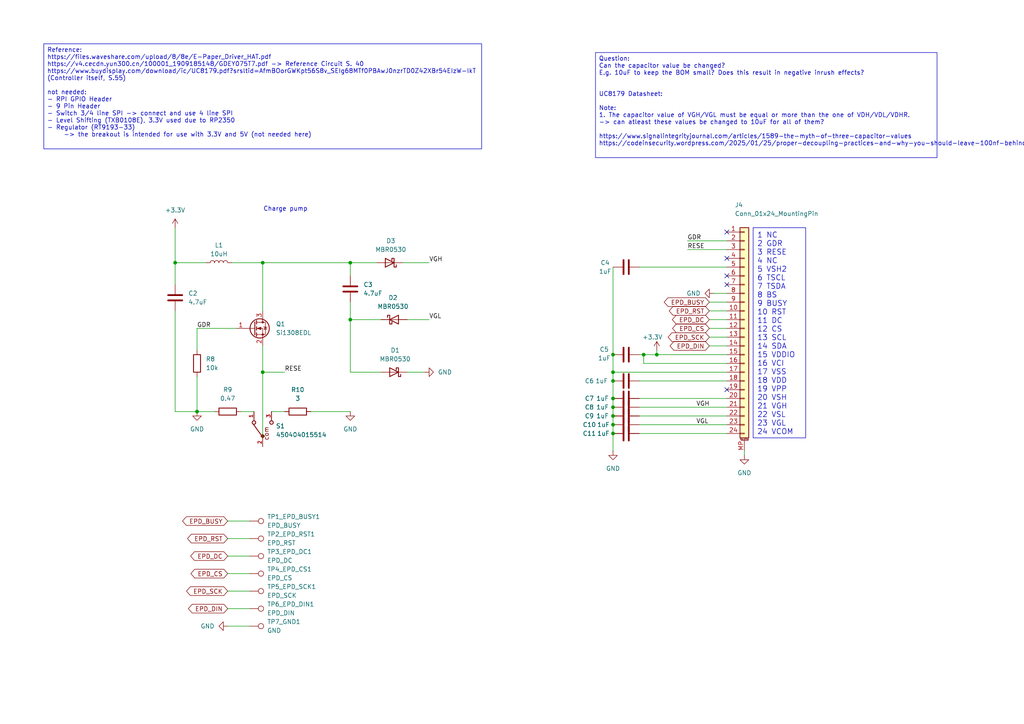
<source format=kicad_sch>
(kicad_sch (version 20231120) (generator "eeschema") (generator_version "8.0")
  (paper "A4")
  (title_block (title "ZEReader-Pico") (date "${kibot_date}") (rev "v1") (company "Anna-Lena Marx") (comment 1 "Bachelorthesis") (comment 4 "Git revision: ${kibot_git-hash}"))
  (lib_symbols
    (symbol "450404015514:450404015514" (pin_names (offset 1.016))
      (property "Reference" "S" (at 2.14 4.11 0))
      (property "Value" "450404015514" (at -2.41 -5.12 0))
      (symbol "450404015514_0_0"
        (polyline (pts (xy -1.646 0.5) (xy 1.4 2.7)) (stroke (width 0.254)))
        (polyline (pts (xy -2.032 -0.508) (xy -2.54 0) (xy -2.032 0.508) (xy -1.524 0) (xy -2.032 -0.508)) (stroke (width 0.254)) (fill (type outline)))
        (circle (center 1.905 -2.54) (radius 0.508) (stroke (width 0.254)))
        (circle (center 1.905 2.54) (radius 0.508) (stroke (width 0.254)))
        (text "com" (at -3.3 -1.8 0) (effects (font (size 1.27 1.27)) (justify left bottom)))
        (pin passive line (at 5.08 2.54 180) (length 2.54) (name "~") (number "1"))
        (pin passive line (at -5.08 0 0) (length 2.54) (name "~") (number "2"))
        (pin passive line (at 5.08 -2.54 180) (length 2.54) (name "~") (number "3"))
      )
    )
    (symbol "Connector:TestPoint" (pin_numbers hide) (pin_names (offset 0.762) hide)
      (property "Reference" "TP" (at 0 6.858 0))
      (property "Value" "TestPoint" (at 0 5.08 0))
      (symbol "TestPoint_0_1"
        (circle (center 0 3.302) (radius 0.762))
      )
      (symbol "TestPoint_1_1"
        (pin passive line (at 0 0 90) (length 2.54) (name "1") (number "1"))
      )
    )
    (symbol "Connector_Generic_MountingPin:Conn_01x24_MountingPin" (pin_names (offset 1.016) hide)
      (property "Reference" "J" (at 0 30.48 0))
      (property "Value" "Conn_01x24_MountingPin" (at 1.27 -33.02 0))
      (symbol "Conn_01x24_MountingPin_1_1"
        (rectangle (start -1.27 -30.353) (end 0 -30.607) (stroke (width 0.1524)))
        (rectangle (start -1.27 -27.813) (end 0 -28.067) (stroke (width 0.1524)))
        (rectangle (start -1.27 -25.273) (end 0 -25.527) (stroke (width 0.1524)))
        (rectangle (start -1.27 -22.733) (end 0 -22.987) (stroke (width 0.1524)))
        (rectangle (start -1.27 -20.193) (end 0 -20.447) (stroke (width 0.1524)))
        (rectangle (start -1.27 -17.653) (end 0 -17.907) (stroke (width 0.1524)))
        (rectangle (start -1.27 -15.113) (end 0 -15.367) (stroke (width 0.1524)))
        (rectangle (start -1.27 -12.573) (end 0 -12.827) (stroke (width 0.1524)))
        (rectangle (start -1.27 -10.033) (end 0 -10.287) (stroke (width 0.1524)))
        (rectangle (start -1.27 -7.493) (end 0 -7.747) (stroke (width 0.1524)))
        (rectangle (start -1.27 -4.953) (end 0 -5.207) (stroke (width 0.1524)))
        (rectangle (start -1.27 -2.413) (end 0 -2.667) (stroke (width 0.1524)))
        (rectangle (start -1.27 0.127) (end 0 -0.127) (stroke (width 0.1524)))
        (rectangle (start -1.27 2.667) (end 0 2.413) (stroke (width 0.1524)))
        (rectangle (start -1.27 5.207) (end 0 4.953) (stroke (width 0.1524)))
        (rectangle (start -1.27 7.747) (end 0 7.493) (stroke (width 0.1524)))
        (rectangle (start -1.27 10.287) (end 0 10.033) (stroke (width 0.1524)))
        (rectangle (start -1.27 12.827) (end 0 12.573) (stroke (width 0.1524)))
        (rectangle (start -1.27 15.367) (end 0 15.113) (stroke (width 0.1524)))
        (rectangle (start -1.27 17.907) (end 0 17.653) (stroke (width 0.1524)))
        (rectangle (start -1.27 20.447) (end 0 20.193) (stroke (width 0.1524)))
        (rectangle (start -1.27 22.987) (end 0 22.733) (stroke (width 0.1524)))
        (rectangle (start -1.27 25.527) (end 0 25.273) (stroke (width 0.1524)))
        (rectangle (start -1.27 28.067) (end 0 27.813) (stroke (width 0.1524)))
        (rectangle (start -1.27 29.21) (end 1.27 -31.75) (stroke (width 0.254)) (fill (type background)))
        (polyline (pts (xy -1.016 -32.512) (xy 1.016 -32.512)) (stroke (width 0.1524)))
        (text "Mounting" (at 0 -32.131 0) (effects (font (size 0.381 0.381))))
        (pin passive line (at -5.08 27.94 0) (length 3.81) (name "Pin_1") (number "1"))
        (pin passive line (at -5.08 5.08 0) (length 3.81) (name "Pin_10") (number "10"))
        (pin passive line (at -5.08 2.54 0) (length 3.81) (name "Pin_11") (number "11"))
        (pin passive line (at -5.08 0 0) (length 3.81) (name "Pin_12") (number "12"))
        (pin passive line (at -5.08 -2.54 0) (length 3.81) (name "Pin_13") (number "13"))
        (pin passive line (at -5.08 -5.08 0) (length 3.81) (name "Pin_14") (number "14"))
        (pin passive line (at -5.08 -7.62 0) (length 3.81) (name "Pin_15") (number "15"))
        (pin passive line (at -5.08 -10.16 0) (length 3.81) (name "Pin_16") (number "16"))
        (pin passive line (at -5.08 -12.7 0) (length 3.81) (name "Pin_17") (number "17"))
        (pin passive line (at -5.08 -15.24 0) (length 3.81) (name "Pin_18") (number "18"))
        (pin passive line (at -5.08 -17.78 0) (length 3.81) (name "Pin_19") (number "19"))
        (pin passive line (at -5.08 25.4 0) (length 3.81) (name "Pin_2") (number "2"))
        (pin passive line (at -5.08 -20.32 0) (length 3.81) (name "Pin_20") (number "20"))
        (pin passive line (at -5.08 -22.86 0) (length 3.81) (name "Pin_21") (number "21"))
        (pin passive line (at -5.08 -25.4 0) (length 3.81) (name "Pin_22") (number "22"))
        (pin passive line (at -5.08 -27.94 0) (length 3.81) (name "Pin_23") (number "23"))
        (pin passive line (at -5.08 -30.48 0) (length 3.81) (name "Pin_24") (number "24"))
        (pin passive line (at -5.08 22.86 0) (length 3.81) (name "Pin_3") (number "3"))
        (pin passive line (at -5.08 20.32 0) (length 3.81) (name "Pin_4") (number "4"))
        (pin passive line (at -5.08 17.78 0) (length 3.81) (name "Pin_5") (number "5"))
        (pin passive line (at -5.08 15.24 0) (length 3.81) (name "Pin_6") (number "6"))
        (pin passive line (at -5.08 12.7 0) (length 3.81) (name "Pin_7") (number "7"))
        (pin passive line (at -5.08 10.16 0) (length 3.81) (name "Pin_8") (number "8"))
        (pin passive line (at -5.08 7.62 0) (length 3.81) (name "Pin_9") (number "9"))
        (pin passive line (at 0 -35.56 90) (length 3.048) (name "MountPin") (number "MP"))
      )
    )
    (symbol "Device:C" (pin_numbers hide) (pin_names (offset 0.254))
      (property "Reference" "C" (at 0.635 2.54 0))
      (property "Value" "C" (at 0.635 -2.54 0))
      (symbol "C_0_1"
        (polyline (pts (xy -2.032 -0.762) (xy 2.032 -0.762)) (stroke (width 0.508)))
        (polyline (pts (xy -2.032 0.762) (xy 2.032 0.762)) (stroke (width 0.508)))
      )
      (symbol "C_1_1"
        (pin passive line (at 0 3.81 270) (length 2.794) (name "~") (number "1"))
        (pin passive line (at 0 -3.81 90) (length 2.794) (name "~") (number "2"))
      )
    )
    (symbol "Device:L" (pin_numbers hide) (pin_names (offset 1.016) hide)
      (property "Reference" "L" (at -1.27 0 90))
      (property "Value" "L" (at 1.905 0 90))
      (symbol "L_0_1"
        (arc (start 0 -2.54) (mid 0.6323 -1.905) (end 0 -1.27))
        (arc (start 0 -1.27) (mid 0.6323 -0.635) (end 0 0))
        (arc (start 0 0) (mid 0.6323 0.635) (end 0 1.27))
        (arc (start 0 1.27) (mid 0.6323 1.905) (end 0 2.54))
      )
      (symbol "L_1_1"
        (pin passive line (at 0 3.81 270) (length 1.27) (name "1") (number "1"))
        (pin passive line (at 0 -3.81 90) (length 1.27) (name "2") (number "2"))
      )
    )
    (symbol "Device:R" (pin_numbers hide) (pin_names (offset 0))
      (property "Reference" "R" (at 2.032 0 90))
      (property "Value" "R" (at 0 0 90))
      (symbol "R_0_1"
        (rectangle (start -1.016 -2.54) (end 1.016 2.54) (stroke (width 0.254)))
      )
      (symbol "R_1_1"
        (pin passive line (at 0 3.81 270) (length 1.27) (name "~") (number "1"))
        (pin passive line (at 0 -3.81 90) (length 1.27) (name "~") (number "2"))
      )
    )
    (symbol "Diode:MBR0530" (pin_numbers hide) (pin_names (offset 1.016) hide)
      (property "Reference" "D" (at 0 2.54 0))
      (property "Value" "MBR0530" (at 0 -2.54 0))
      (symbol "MBR0530_0_1"
        (polyline (pts (xy 1.27 0) (xy -1.27 0)))
        (polyline (pts (xy 1.27 1.27) (xy 1.27 -1.27) (xy -1.27 0) (xy 1.27 1.27)) (stroke (width 0.254)))
        (polyline (pts (xy -1.905 0.635) (xy -1.905 1.27) (xy -1.27 1.27) (xy -1.27 -1.27) (xy -0.635 -1.27) (xy -0.635 -0.635)) (stroke (width 0.254)))
      )
      (symbol "MBR0530_1_1"
        (pin passive line (at -3.81 0 0) (length 2.54) (name "K") (number "1"))
        (pin passive line (at 3.81 0 180) (length 2.54) (name "A") (number "2"))
      )
    )
    (symbol "Transistor_FET:Si1308EDL" (pin_names hide)
      (property "Reference" "Q" (at 5.08 1.905 0))
      (property "Value" "Si1308EDL" (at 5.08 0 0))
      (symbol "Si1308EDL_0_1"
        (polyline (pts (xy 0.254 0) (xy -2.54 0)))
        (polyline (pts (xy 0.254 1.905) (xy 0.254 -1.905)) (stroke (width 0.254)))
        (polyline (pts (xy 0.762 -1.27) (xy 0.762 -2.286)) (stroke (width 0.254)))
        (polyline (pts (xy 0.762 0.508) (xy 0.762 -0.508)) (stroke (width 0.254)))
        (polyline (pts (xy 0.762 2.286) (xy 0.762 1.27)) (stroke (width 0.254)))
        (polyline (pts (xy 2.54 2.54) (xy 2.54 1.778)))
        (polyline (pts (xy 2.54 -2.54) (xy 2.54 0) (xy 0.762 0)))
        (polyline (pts (xy 0.762 -1.778) (xy 3.302 -1.778) (xy 3.302 1.778) (xy 0.762 1.778)))
        (polyline (pts (xy 1.016 0) (xy 2.032 0.381) (xy 2.032 -0.381) (xy 1.016 0)) (fill (type outline)))
        (polyline (pts (xy 2.794 0.508) (xy 2.921 0.381) (xy 3.683 0.381) (xy 3.81 0.254)))
        (polyline (pts (xy 3.302 0.381) (xy 2.921 -0.254) (xy 3.683 -0.254) (xy 3.302 0.381)))
        (circle (center 1.651 0) (radius 2.794) (stroke (width 0.254)))
        (circle (center 2.54 -1.778) (radius 0.254) (fill (type outline)))
        (circle (center 2.54 1.778) (radius 0.254) (fill (type outline)))
      )
      (symbol "Si1308EDL_1_1"
        (pin input line (at -5.08 0 0) (length 2.54) (name "G") (number "1"))
        (pin passive line (at 2.54 -5.08 90) (length 2.54) (name "S") (number "2"))
        (pin passive line (at 2.54 5.08 270) (length 2.54) (name "D") (number "3"))
      )
    )
    (symbol "power:+3.3V" (power) (pin_numbers hide) (pin_names (offset 0) hide)
      (property "Value" "+3.3V" (at 0 3.556 0))
      (symbol "+3.3V_0_1"
        (polyline (pts (xy -0.762 1.27) (xy 0 2.54)))
        (polyline (pts (xy 0 0) (xy 0 2.54)))
        (polyline (pts (xy 0 2.54) (xy 0.762 1.27)))
      )
      (symbol "+3.3V_1_1"
        (pin power_in line (at 0 0 90) (length 0) (name "~") (number "1"))
      )
    )
    (symbol "power:GND" (power) (pin_numbers hide) (pin_names (offset 0) hide)
      (property "Value" "GND" (at 0 -3.81 0))
      (symbol "GND_0_1"
        (polyline (pts (xy 0 0) (xy 0 -1.27) (xy 1.27 -1.27) (xy 0 -2.54) (xy -1.27 -1.27) (xy 0 -1.27)))
      )
      (symbol "GND_1_1"
        (pin power_in line (at 0 0 270) (length 0) (name "~") (number "1"))
      )
    )
  )
  (junction (at 177.8 123.19))
  (junction (at 177.8 118.11))
  (junction (at 177.8 102.87))
  (junction (at 177.8 125.73))
  (junction (at 177.8 110.49))
  (junction (at 57.15 119.38))
  (junction (at 177.8 107.95))
  (junction (at 50.8 76.2))
  (junction (at 186.69 102.87))
  (junction (at 76.2 76.2))
  (junction (at 177.8 120.65))
  (junction (at 177.8 115.57))
  (junction (at 101.6 92.71))
  (junction (at 190.5 102.87))
  (junction (at 76.2 107.95))
  (junction (at 101.6 76.2))
  (no_connect (at 210.82 74.93))
  (no_connect (at 210.82 82.55))
  (no_connect (at 210.82 113.03))
  (no_connect (at 210.82 80.01))
  (no_connect (at 210.82 67.31))
  (wire (pts (xy 66.04 156.21) (xy 72.39 156.21)))
  (wire (pts (xy 66.04 176.53) (xy 72.39 176.53)))
  (wire (pts (xy 177.8 120.65) (xy 177.8 123.19)))
  (wire (pts (xy 205.74 87.63) (xy 210.82 87.63)))
  (wire (pts (xy 205.74 95.25) (xy 210.82 95.25)))
  (wire (pts (xy 50.8 66.04) (xy 50.8 76.2)))
  (wire (pts (xy 76.2 107.95) (xy 82.55 107.95)))
  (wire (pts (xy 177.8 77.47) (xy 177.8 102.87)))
  (wire (pts (xy 185.42 125.73) (xy 210.82 125.73)))
  (wire (pts (xy 101.6 92.71) (xy 101.6 87.63)))
  (wire (pts (xy 57.15 95.25) (xy 68.58 95.25)))
  (wire (pts (xy 57.15 119.38) (xy 62.23 119.38)))
  (wire (pts (xy 177.8 123.19) (xy 177.8 125.73)))
  (wire (pts (xy 177.8 125.73) (xy 177.8 130.81)))
  (wire (pts (xy 205.74 100.33) (xy 210.82 100.33)))
  (wire (pts (xy 66.04 171.45) (xy 72.39 171.45)))
  (wire (pts (xy 185.42 77.47) (xy 210.82 77.47)))
  (wire (pts (xy 69.85 119.38) (xy 73.66 119.38)))
  (wire (pts (xy 67.31 76.2) (xy 76.2 76.2)))
  (wire (pts (xy 205.74 92.71) (xy 210.82 92.71)))
  (wire (pts (xy 66.04 151.13) (xy 72.39 151.13)))
  (wire (pts (xy 110.49 107.95) (xy 101.6 107.95)))
  (wire (pts (xy 66.04 161.29) (xy 72.39 161.29)))
  (wire (pts (xy 76.2 100.33) (xy 76.2 107.95)))
  (wire (pts (xy 185.42 123.19) (xy 210.82 123.19)))
  (wire (pts (xy 205.74 90.17) (xy 210.82 90.17)))
  (wire (pts (xy 186.69 105.41) (xy 186.69 102.87)))
  (wire (pts (xy 190.5 101.6) (xy 190.5 102.87)))
  (wire (pts (xy 66.04 181.61) (xy 72.39 181.61)))
  (wire (pts (xy 199.39 72.39) (xy 210.82 72.39)))
  (wire (pts (xy 76.2 76.2) (xy 76.2 90.17)))
  (wire (pts (xy 78.74 119.38) (xy 82.55 119.38)))
  (wire (pts (xy 57.15 109.22) (xy 57.15 119.38)))
  (wire (pts (xy 101.6 76.2) (xy 76.2 76.2)))
  (wire (pts (xy 66.04 166.37) (xy 72.39 166.37)))
  (wire (pts (xy 185.42 118.11) (xy 210.82 118.11)))
  (wire (pts (xy 185.42 102.87) (xy 186.69 102.87)))
  (wire (pts (xy 177.8 118.11) (xy 177.8 120.65)))
  (wire (pts (xy 215.9 130.81) (xy 215.9 132.08)))
  (wire (pts (xy 101.6 107.95) (xy 101.6 92.71)))
  (wire (pts (xy 210.82 105.41) (xy 186.69 105.41)))
  (wire (pts (xy 90.17 119.38) (xy 101.6 119.38)))
  (wire (pts (xy 101.6 80.01) (xy 101.6 76.2)))
  (wire (pts (xy 118.11 107.95) (xy 123.19 107.95)))
  (wire (pts (xy 110.49 92.71) (xy 101.6 92.71)))
  (wire (pts (xy 177.8 107.95) (xy 177.8 110.49)))
  (wire (pts (xy 101.6 76.2) (xy 109.22 76.2)))
  (wire (pts (xy 177.8 110.49) (xy 177.8 115.57)))
  (wire (pts (xy 50.8 76.2) (xy 50.8 82.55)))
  (wire (pts (xy 186.69 102.87) (xy 190.5 102.87)))
  (wire (pts (xy 185.42 115.57) (xy 210.82 115.57)))
  (wire (pts (xy 177.8 102.87) (xy 177.8 107.95)))
  (wire (pts (xy 50.8 90.17) (xy 50.8 119.38)))
  (wire (pts (xy 177.8 115.57) (xy 177.8 118.11)))
  (wire (pts (xy 185.42 120.65) (xy 210.82 120.65)))
  (wire (pts (xy 210.82 107.95) (xy 177.8 107.95)))
  (wire (pts (xy 57.15 101.6) (xy 57.15 95.25)))
  (wire (pts (xy 185.42 110.49) (xy 210.82 110.49)))
  (wire (pts (xy 50.8 76.2) (xy 59.69 76.2)))
  (wire (pts (xy 207.01 85.09) (xy 210.82 85.09)))
  (wire (pts (xy 205.74 97.79) (xy 210.82 97.79)))
  (wire (pts (xy 190.5 102.87) (xy 210.82 102.87)))
  (wire (pts (xy 199.39 69.85) (xy 210.82 69.85)))
  (wire (pts (xy 118.11 92.71) (xy 124.46 92.71)))
  (wire (pts (xy 76.2 107.95) (xy 76.2 129.54)))
  (wire (pts (xy 50.8 119.38) (xy 57.15 119.38)))
  (wire (pts (xy 116.84 76.2) (xy 124.46 76.2)))
  (text_box "1 NC\n2 GDR\n3 RESE\n4 NC\n5 VSH2\n6 TSCL\n7 TSDA\n8 BS\n9 BUSY\n10 RST\n11 DC\n12 CS\n13 SCL\n14 SDA\n15 VDDIO\n16 VCI\n17 VSS\n18 VDD\n19 VPP\n20 VSH\n21 VGH\n22 VSL\n23 VGL\n24 VCOM" (at 218.44 66.04 0) (size 15.24 60.96) (effects (font (size 1.54 1.54)) (justify left top)))
  (text_box "Reference:\nhttps://files.waveshare.com/upload/8/8e/E-Paper_Driver_HAT.pdf\nhttps://v4.cecdn.yun300.cn/100001_1909185148/GDEY075T7.pdf -> Reference Circuit S. 40\nhttps://www.buydisplay.com/download/ic/UC8179.pdf?srsltid=AfmBOorGWKpt56S8v_SEIg68MTf0PBAwJ0nzrTD0Z42XBr54EIzW-IkT (Controller itself, S.55)\n\nnot needed:\n- RPI GPIO Header\n- 9 Pin Header\n- Switch 3/4 line SPI -> connect and use 4 line SPI\n- Level Shifting (TXB0108E), 3.3V used due to RP2350\n- Regulator (RT9193-33) \n	-> the breakout is intended for use with 3.3V and 5V (not needed here)" (at 12.7 12.7 0) (size 127 30.48) (effects (font (size 1.27 1.27)) (justify left top)))
  (text_box "Question:\nCan the capacitor value be changed?\nE.g. 10uF to keep the BOM small? Does this result in negative inrush effects?\n\n\nUC8179 Datasheet: \n\nNote:\n1. The capacitor value of VGH/VGL must be equal or more than the one of VDH/VDL/VDHR.\n-> can atleast these values be changed to 10uF for all of them? \n\nhttps://www.signalintegrityjournal.com/articles/1589-the-myth-of-three-capacitor-values\nhttps://codeinsecurity.wordpress.com/2025/01/25/proper-decoupling-practices-and-why-you-should-leave-100nf-behind/" (at 172.72 15.24 0) (size 99.06 30.48) (effects (font (size 1.27 1.27)) (justify left top)))
  (text "Charge pump" (at 82.804 60.706 0) (effects (font (size 1.27 1.27))))
  (label "VGL" (at 201.93 123.19 0))
  (label "VGH" (at 201.93 118.11 0))
  (label "RESE" (at 82.55 107.95 0))
  (label "RESE" (at 199.39 72.39 0))
  (label "GDR" (at 57.15 95.25 0))
  (label "VGL" (at 124.46 92.71 0))
  (label "GDR" (at 199.39 69.85 0))
  (label "VGH" (at 124.46 76.2 0))
  (global_label "EPD_RST" (shape bidirectional) (at 66.04 156.21 180) (property "Intersheetrefs" "${INTERSHEET_REFS}" (effects (hide yes))))
  (global_label "EPD_CS" (shape bidirectional) (at 205.74 95.25 180) (property "Intersheetrefs" "${INTERSHEET_REFS}" (effects (hide yes))))
  (global_label "EPD_DIN" (shape bidirectional) (at 205.74 100.33 180) (property "Intersheetrefs" "${INTERSHEET_REFS}" (effects (hide yes))))
  (global_label "EPD_BUSY" (shape bidirectional) (at 205.74 87.63 180) (property "Intersheetrefs" "${INTERSHEET_REFS}" (effects (hide yes))))
  (global_label "EPD_SCK" (shape bidirectional) (at 66.04 171.45 180) (property "Intersheetrefs" "${INTERSHEET_REFS}" (effects (hide yes))))
  (global_label "EPD_CS" (shape bidirectional) (at 66.04 166.37 180) (property "Intersheetrefs" "${INTERSHEET_REFS}" (effects (hide yes))))
  (global_label "EPD_DC" (shape bidirectional) (at 66.04 161.29 180) (property "Intersheetrefs" "${INTERSHEET_REFS}" (effects (hide yes))))
  (global_label "EPD_SCK" (shape bidirectional) (at 205.74 97.79 180) (property "Intersheetrefs" "${INTERSHEET_REFS}" (effects (hide yes))))
  (global_label "EPD_RST" (shape bidirectional) (at 205.74 90.17 180) (property "Intersheetrefs" "${INTERSHEET_REFS}" (effects (hide yes))))
  (global_label "EPD_BUSY" (shape bidirectional) (at 66.04 151.13 180) (property "Intersheetrefs" "${INTERSHEET_REFS}" (effects (hide yes))))
  (global_label "EPD_DIN" (shape bidirectional) (at 66.04 176.53 180) (property "Intersheetrefs" "${INTERSHEET_REFS}" (effects (hide yes))))
  (global_label "EPD_DC" (shape bidirectional) (at 205.74 92.71 180) (property "Intersheetrefs" "${INTERSHEET_REFS}" (effects (hide yes))))
  (symbol (lib_id "power:GND") (at 207.01 85.09 270) (unit 1)
    (property "Reference" "#PWR012" (effects (hide yes)))
    (property "Value" "GND" (at 203.2 85.0899 90) (effects (justify right)))
    (property "Description" "Power symbol creates a global label with name \"GND\" , ground" (effects (hide yes)))
  )
  (symbol (lib_id "Device:C") (at 181.61 118.11 90) (unit 1)
    (property "Reference" "C8" (at 170.942 118.11 90))
    (property "Value" "1uF" (at 174.752 118.11 90))
    (property "Footprint" "Capacitor_SMD:C_1206_3216Metric_Pad1.33x1.80mm_HandSolder" (effects (hide yes)))
    (property "Description" "Unpolarized capacitor" (effects (hide yes)))
  )
  (symbol (lib_id "power:GND") (at 66.04 181.61 270) (unit 1)
    (property "Reference" "#PWR029" (effects (hide yes)))
    (property "Value" "GND" (at 62.23 181.6099 90) (effects (justify right)))
    (property "Description" "Power symbol creates a global label with name \"GND\" , ground" (effects (hide yes)))
  )
  (symbol (lib_id "power:+3.3V") (at 190.5 101.6 0) (unit 1)
    (property "Reference" "#PWR013" (effects (hide yes)))
    (property "Value" "+3.3V" (at 189.23 97.79 0))
    (property "Description" "Power symbol creates a global label with name \"+3.3V\"" (effects (hide yes)))
  )
  (symbol (lib_id "Device:L") (at 63.5 76.2 90) (unit 1)
    (property "Reference" "L1" (at 63.5 71.12 90))
    (property "Value" "10uH" (at 63.5 73.66 90))
    (property "Footprint" "footprints:IND_IFSC_1515AH_VIS-L" (effects (hide yes)))
    (property "Description" "Inductor" (effects (hide yes)))
  )
  (symbol (lib_id "Device:C") (at 181.61 110.49 90) (unit 1)
    (property "Reference" "C6" (at 170.942 110.49 90))
    (property "Value" "1uF" (at 174.498 110.49 90))
    (property "Footprint" "Capacitor_SMD:C_1206_3216Metric_Pad1.33x1.80mm_HandSolder" (effects (hide yes)))
    (property "Description" "Unpolarized capacitor" (effects (hide yes)))
  )
  (symbol (lib_id "Connector:TestPoint") (at 72.39 176.53 270) (unit 1)
    (property "Reference" "TP6_EPD_DIN1" (at 77.47 175.2599 90) (effects (justify left)))
    (property "Value" "EPD_DIN" (at 77.47 177.7999 90) (effects (justify left)))
    (property "Footprint" "TestPoint:TestPoint_Plated_Hole_D2.0mm" (effects (hide yes)))
    (property "Description" "test point" (effects (hide yes)))
  )
  (symbol (lib_id "Device:C") (at 50.8 86.36 0) (unit 1)
    (property "Reference" "C2" (at 54.61 85.0899 0) (effects (justify left)))
    (property "Value" "4.7uF" (at 54.61 87.6299 0) (effects (justify left)))
    (property "Footprint" "Capacitor_SMD:C_1206_3216Metric_Pad1.33x1.80mm_HandSolder" (effects (hide yes)))
    (property "Description" "Unpolarized capacitor" (effects (hide yes)))
  )
  (symbol (lib_id "Device:C") (at 101.6 83.82 0) (unit 1)
    (property "Reference" "C3" (at 105.41 82.5499 0) (effects (justify left)))
    (property "Value" "4.7uF" (at 105.41 85.0899 0) (effects (justify left)))
    (property "Footprint" "Capacitor_SMD:C_1206_3216Metric_Pad1.33x1.80mm_HandSolder" (effects (hide yes)))
    (property "Description" "Unpolarized capacitor" (effects (hide yes)))
  )
  (symbol (lib_id "Diode:MBR0530") (at 113.03 76.2 180) (unit 1)
    (property "Reference" "D3" (at 113.3475 69.85 0))
    (property "Value" "MBR0530" (at 113.3475 72.39 0))
    (property "Footprint" "Diode_SMD:D_SOD-123" (effects (hide yes)))
    (property "Datasheet" "http://www.mccsemi.com/up_pdf/MBR0520~MBR0580(SOD123).pdf" (effects (hide yes)))
    (property "Description" "30V 0.5A Schottky Power Rectifier Diode, SOD-123" (effects (hide yes)))
  )
  (symbol (lib_id "Connector:TestPoint") (at 72.39 166.37 270) (unit 1)
    (property "Reference" "TP4_EPD_CS1" (at 77.47 165.0999 90) (effects (justify left)))
    (property "Value" "EPD_CS" (at 77.47 167.6399 90) (effects (justify left)))
    (property "Footprint" "TestPoint:TestPoint_Plated_Hole_D2.0mm" (effects (hide yes)))
    (property "Description" "test point" (effects (hide yes)))
  )
  (symbol (lib_id "450404015514:450404015514") (at 76.2 124.46 90) (unit 1)
    (property "Reference" "S1" (at 80.01 123.5699 90) (effects (justify right)))
    (property "Value" "450404015514" (at 80.01 126.1099 90) (effects (justify right)))
    (property "Footprint" "4504040015514:450404015514" (effects (hide yes)))
    (property "MF" "Würth Elektronik" (effects (hide yes)))
    (property "Description_1" "\n                        \n                            Slide Switch SPDT Surface Mount\n                        \n" (effects (hide yes)))
    (property "Package" "None" (effects (hide yes)))
    (property "Price" "None" (effects (hide yes)))
    (property "IR" "300mA" (effects (hide yes)))
    (property "QTY" "150" (effects (hide yes)))
    (property "PACKAGING" "Tape and Reel" (effects (hide yes)))
    (property "VR" "5V(DC)" (effects (hide yes)))
    (property "SnapEDA_Link" "https://www.snapeda.com/parts/450404015514/W%25C3%25BCrth+Elektronik+Midcom/view-part/?ref=snap" (effects (hide yes)))
    (property "DATASHEET-URL" "https://www.we-online.com/catalog/datasheet/450404015514.pdf" (effects (hide yes)))
    (property "MP" "450404015514" (effects (hide yes)))
    (property "PART-NUMBER" "450404015514" (effects (hide yes)))
    (property "Availability" "In Stock" (effects (hide yes)))
    (property "Check_prices" "https://www.snapeda.com/parts/450404015514/W%25C3%25BCrth+Elektronik+Midcom/view-part/?ref=eda" (effects (hide yes)))
  )
  (symbol (lib_id "power:GND") (at 123.19 107.95 90) (unit 1)
    (property "Reference" "#PWR010" (effects (hide yes)))
    (property "Value" "GND" (at 127 107.9499 90) (effects (justify right)))
    (property "Description" "Power symbol creates a global label with name \"GND\" , ground" (effects (hide yes)))
  )
  (symbol (lib_id "Connector:TestPoint") (at 72.39 161.29 270) (unit 1)
    (property "Reference" "TP3_EPD_DC1" (at 77.47 160.0199 90) (effects (justify left)))
    (property "Value" "EPD_DC" (at 77.47 162.5599 90) (effects (justify left)))
    (property "Footprint" "TestPoint:TestPoint_Plated_Hole_D2.0mm" (effects (hide yes)))
    (property "Description" "test point" (effects (hide yes)))
  )
  (symbol (lib_id "Device:C") (at 181.61 102.87 90) (unit 1)
    (property "Reference" "C5" (at 175.26 101.346 90))
    (property "Value" "1uF" (at 175.26 103.886 90))
    (property "Footprint" "Capacitor_SMD:C_1206_3216Metric_Pad1.33x1.80mm_HandSolder" (effects (hide yes)))
    (property "Description" "Unpolarized capacitor" (effects (hide yes)))
  )
  (symbol (lib_id "Device:R") (at 57.15 105.41 0) (unit 1)
    (property "Reference" "R8" (at 59.69 104.1399 0) (effects (justify left)))
    (property "Value" "10k" (at 59.69 106.6799 0) (effects (justify left)))
    (property "Footprint" "Resistor_SMD:R_1206_3216Metric_Pad1.30x1.75mm_HandSolder" (effects (hide yes)))
    (property "Description" "Resistor" (effects (hide yes)))
  )
  (symbol (lib_id "power:GND") (at 215.9 132.08 0) (unit 1)
    (property "Reference" "#PWR03" (effects (hide yes)))
    (property "Value" "GND" (at 215.9 137.16 0))
    (property "Description" "Power symbol creates a global label with name \"GND\" , ground" (effects (hide yes)))
  )
  (symbol (lib_id "Device:C") (at 181.61 125.73 90) (unit 1)
    (property "Reference" "C11" (at 170.942 125.73 90))
    (property "Value" "1uF" (at 175.006 125.73 90))
    (property "Footprint" "Capacitor_SMD:C_1206_3216Metric_Pad1.33x1.80mm_HandSolder" (effects (hide yes)))
    (property "Description" "Unpolarized capacitor" (effects (hide yes)))
  )
  (symbol (lib_id "Connector:TestPoint") (at 72.39 181.61 270) (unit 1)
    (property "Reference" "TP7_GND1" (at 77.47 180.3399 90) (effects (justify left)))
    (property "Value" "GND" (at 77.47 182.8799 90) (effects (justify left)))
    (property "Footprint" "TestPoint:TestPoint_Plated_Hole_D2.0mm" (effects (hide yes)))
    (property "Description" "test point" (effects (hide yes)))
  )
  (symbol (lib_id "Device:R") (at 66.04 119.38 90) (unit 1)
    (property "Reference" "R9" (at 66.04 113.03 90))
    (property "Value" "0.47" (at 66.04 115.57 90))
    (property "Footprint" "Resistor_SMD:R_1206_3216Metric_Pad1.30x1.75mm_HandSolder" (effects (hide yes)))
    (property "Description" "Resistor" (effects (hide yes)))
  )
  (symbol (lib_id "Device:C") (at 181.61 123.19 90) (unit 1)
    (property "Reference" "C10" (at 170.942 123.19 90))
    (property "Value" "1uF" (at 175.006 123.19 90))
    (property "Footprint" "Capacitor_SMD:C_1206_3216Metric_Pad1.33x1.80mm_HandSolder" (effects (hide yes)))
    (property "Description" "Unpolarized capacitor" (effects (hide yes)))
  )
  (symbol (lib_id "power:+3.3V") (at 50.8 66.04 0) (unit 1)
    (property "Reference" "#PWR08" (effects (hide yes)))
    (property "Value" "+3.3V" (at 50.8 60.96 0))
    (property "Description" "Power symbol creates a global label with name \"+3.3V\"" (effects (hide yes)))
  )
  (symbol (lib_id "Device:C") (at 181.61 77.47 90) (unit 1)
    (property "Reference" "C4" (at 175.514 76.2 90))
    (property "Value" "1uF" (at 175.514 78.74 90))
    (property "Footprint" "Capacitor_SMD:C_1206_3216Metric_Pad1.33x1.80mm_HandSolder" (effects (hide yes)))
    (property "Description" "Unpolarized capacitor" (effects (hide yes)))
  )
  (symbol (lib_id "Connector:TestPoint") (at 72.39 156.21 270) (unit 1)
    (property "Reference" "TP2_EPD_RST1" (at 77.47 154.9399 90) (effects (justify left)))
    (property "Value" "EPD_RST" (at 77.47 157.4799 90) (effects (justify left)))
    (property "Footprint" "TestPoint:TestPoint_Plated_Hole_D2.0mm" (effects (hide yes)))
    (property "Description" "test point" (effects (hide yes)))
  )
  (symbol (lib_id "power:GND") (at 177.8 130.81 0) (unit 1)
    (property "Reference" "#PWR011" (effects (hide yes)))
    (property "Value" "GND" (at 177.8 135.89 0))
    (property "Description" "Power symbol creates a global label with name \"GND\" , ground" (effects (hide yes)))
  )
  (symbol (lib_id "Diode:MBR0530") (at 114.3 92.71 0) (unit 1)
    (property "Reference" "D2" (at 113.9825 86.36 0))
    (property "Value" "MBR0530" (at 113.9825 88.9 0))
    (property "Footprint" "Diode_SMD:D_SOD-123" (effects (hide yes)))
    (property "Datasheet" "http://www.mccsemi.com/up_pdf/MBR0520~MBR0580(SOD123).pdf" (effects (hide yes)))
    (property "Description" "30V 0.5A Schottky Power Rectifier Diode, SOD-123" (effects (hide yes)))
  )
  (symbol (lib_id "Diode:MBR0530") (at 114.3 107.95 180) (unit 1)
    (property "Reference" "D1" (at 114.6175 101.6 0))
    (property "Value" "MBR0530" (at 114.6175 104.14 0))
    (property "Footprint" "Diode_SMD:D_SOD-123" (effects (hide yes)))
    (property "Datasheet" "http://www.mccsemi.com/up_pdf/MBR0520~MBR0580(SOD123).pdf" (effects (hide yes)))
    (property "Description" "30V 0.5A Schottky Power Rectifier Diode, SOD-123" (effects (hide yes)))
  )
  (symbol (lib_id "Device:C") (at 181.61 120.65 90) (unit 1)
    (property "Reference" "C9" (at 170.942 120.65 90))
    (property "Value" "1uF" (at 174.752 120.65 90))
    (property "Footprint" "Capacitor_SMD:C_1206_3216Metric_Pad1.33x1.80mm_HandSolder" (effects (hide yes)))
    (property "Description" "Unpolarized capacitor" (effects (hide yes)))
  )
  (symbol (lib_id "Transistor_FET:Si1308EDL") (at 73.66 95.25 0) (unit 1)
    (property "Reference" "Q1" (at 80.01 93.9799 0) (effects (justify left)))
    (property "Value" "Si1308EDL" (at 80.01 96.5199 0) (effects (justify left)))
    (property "Footprint" "Package_TO_SOT_SMD:SOT-323_SC-70" (effects (hide yes)))
    (property "Datasheet" "https://www.vishay.com/docs/63399/si1308edl.pdf" (effects (hide yes)))
    (property "Description" "30V Vds, 1.4A Id, N-Channel MOSFET, SC-70" (effects (hide yes)))
  )
  (symbol (lib_id "Connector:TestPoint") (at 72.39 151.13 270) (unit 1)
    (property "Reference" "TP1_EPD_BUSY1" (at 77.47 149.8599 90) (effects (justify left)))
    (property "Value" "EPD_BUSY" (at 77.47 152.3999 90) (effects (justify left)))
    (property "Footprint" "TestPoint:TestPoint_Plated_Hole_D2.0mm" (effects (hide yes)))
    (property "Description" "test point" (effects (hide yes)))
  )
  (symbol (lib_id "Connector_Generic_MountingPin:Conn_01x24_MountingPin") (at 215.9 95.25 0) (unit 1)
    (property "Reference" "J4" (at 213.106 59.436 0) (effects (justify left)))
    (property "Value" "Conn_01x24_MountingPin" (at 213.106 61.976 0) (effects (justify left)))
    (property "Footprint" "Connector_FFC-FPC:Hirose_FH12-24S-0.5SH_1x24-1MP_P0.50mm_Horizontal" (effects (hide yes)))
    (property "Description" "Generic connectable mounting pin connector, single row, 01x24, script generated (kicad-library-utils/schlib/autogen/connector/)" (effects (hide yes)))
  )
  (symbol (lib_id "power:GND") (at 101.6 119.38 0) (unit 1)
    (property "Reference" "#PWR07" (effects (hide yes)))
    (property "Value" "GND" (at 101.6 124.46 0))
    (property "Description" "Power symbol creates a global label with name \"GND\" , ground" (effects (hide yes)))
  )
  (symbol (lib_id "Device:C") (at 181.61 115.57 90) (unit 1)
    (property "Reference" "C7" (at 170.942 115.57 90))
    (property "Value" "1uF" (at 174.752 115.57 90))
    (property "Footprint" "Capacitor_SMD:C_1206_3216Metric_Pad1.33x1.80mm_HandSolder" (effects (hide yes)))
    (property "Description" "Unpolarized capacitor" (effects (hide yes)))
  )
  (symbol (lib_id "power:GND") (at 57.15 119.38 0) (unit 1)
    (property "Reference" "#PWR09" (effects (hide yes)))
    (property "Value" "GND" (at 57.15 124.46 0))
    (property "Description" "Power symbol creates a global label with name \"GND\" , ground" (effects (hide yes)))
  )
  (symbol (lib_id "Device:R") (at 86.36 119.38 90) (unit 1)
    (property "Reference" "R10" (at 86.36 113.03 90))
    (property "Value" "3" (at 86.36 115.57 90))
    (property "Footprint" "Resistor_SMD:R_1206_3216Metric_Pad1.30x1.75mm_HandSolder" (effects (hide yes)))
    (property "Description" "Resistor" (effects (hide yes)))
  )
  (symbol (lib_id "Connector:TestPoint") (at 72.39 171.45 270) (unit 1)
    (property "Reference" "TP5_EPD_SCK1" (at 77.47 170.1799 90) (effects (justify left)))
    (property "Value" "EPD_SCK" (at 77.47 172.7199 90) (effects (justify left)))
    (property "Footprint" "TestPoint:TestPoint_Plated_Hole_D2.0mm" (effects (hide yes)))
    (property "Description" "test point" (effects (hide yes)))
  )
)
</source>
